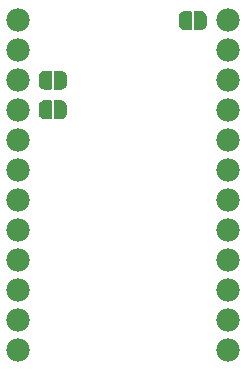
<source format=gbs>
G04 #@! TF.GenerationSoftware,KiCad,Pcbnew,(5.1.6-0-10_14)*
G04 #@! TF.CreationDate,2020-08-29T20:41:38-05:00*
G04 #@! TF.ProjectId,gen2-jtag-adapter,67656e32-2d6a-4746-9167-2d6164617074,rev?*
G04 #@! TF.SameCoordinates,Original*
G04 #@! TF.FileFunction,Soldermask,Bot*
G04 #@! TF.FilePolarity,Negative*
%FSLAX46Y46*%
G04 Gerber Fmt 4.6, Leading zero omitted, Abs format (unit mm)*
G04 Created by KiCad (PCBNEW (5.1.6-0-10_14)) date 2020-08-29 20:41:38*
%MOMM*%
%LPD*%
G01*
G04 APERTURE LIST*
%ADD10C,1.979600*%
%ADD11C,0.100000*%
G04 APERTURE END LIST*
D10*
X119050000Y-67742000D03*
X119050000Y-70282000D03*
X119050000Y-72822000D03*
X119050000Y-75362000D03*
X119050000Y-77902000D03*
X119050000Y-80442000D03*
X119050000Y-82982000D03*
X119050000Y-85522000D03*
X119050000Y-88062000D03*
X119050000Y-90602000D03*
X119050000Y-93142000D03*
X119050000Y-95682000D03*
X101270000Y-95682000D03*
X101270000Y-93142000D03*
X101270000Y-90602000D03*
X101270000Y-88062000D03*
X101270000Y-85522000D03*
X101270000Y-82982000D03*
X101270000Y-80442000D03*
X101270000Y-77902000D03*
X101270000Y-75362000D03*
X101270000Y-72822000D03*
X101270000Y-70282000D03*
X101270000Y-67742000D03*
D11*
G36*
X103593889Y-76099398D02*
G01*
X103575466Y-76099398D01*
X103570565Y-76099157D01*
X103521734Y-76094347D01*
X103516881Y-76093627D01*
X103468756Y-76084055D01*
X103463995Y-76082863D01*
X103417040Y-76068619D01*
X103412421Y-76066966D01*
X103367088Y-76048189D01*
X103362651Y-76046091D01*
X103319378Y-76022960D01*
X103315171Y-76020438D01*
X103274372Y-75993178D01*
X103270430Y-75990254D01*
X103232501Y-75959126D01*
X103228866Y-75955831D01*
X103194169Y-75921134D01*
X103190874Y-75917499D01*
X103159746Y-75879570D01*
X103156822Y-75875628D01*
X103129562Y-75834829D01*
X103127040Y-75830622D01*
X103103909Y-75787349D01*
X103101811Y-75782912D01*
X103083034Y-75737579D01*
X103081381Y-75732960D01*
X103067137Y-75686005D01*
X103065945Y-75681244D01*
X103056373Y-75633119D01*
X103055653Y-75628266D01*
X103050843Y-75579435D01*
X103050602Y-75574534D01*
X103050602Y-75556111D01*
X103050000Y-75550000D01*
X103050000Y-75050000D01*
X103050602Y-75043889D01*
X103050602Y-75025466D01*
X103050843Y-75020565D01*
X103055653Y-74971734D01*
X103056373Y-74966881D01*
X103065945Y-74918756D01*
X103067137Y-74913995D01*
X103081381Y-74867040D01*
X103083034Y-74862421D01*
X103101811Y-74817088D01*
X103103909Y-74812651D01*
X103127040Y-74769378D01*
X103129562Y-74765171D01*
X103156822Y-74724372D01*
X103159746Y-74720430D01*
X103190874Y-74682501D01*
X103194169Y-74678866D01*
X103228866Y-74644169D01*
X103232501Y-74640874D01*
X103270430Y-74609746D01*
X103274372Y-74606822D01*
X103315171Y-74579562D01*
X103319378Y-74577040D01*
X103362651Y-74553909D01*
X103367088Y-74551811D01*
X103412421Y-74533034D01*
X103417040Y-74531381D01*
X103463995Y-74517137D01*
X103468756Y-74515945D01*
X103516881Y-74506373D01*
X103521734Y-74505653D01*
X103570565Y-74500843D01*
X103575466Y-74500602D01*
X103593889Y-74500602D01*
X103600000Y-74500000D01*
X104100000Y-74500000D01*
X104109755Y-74500961D01*
X104119134Y-74503806D01*
X104127779Y-74508427D01*
X104135355Y-74514645D01*
X104141573Y-74522221D01*
X104146194Y-74530866D01*
X104149039Y-74540245D01*
X104150000Y-74550000D01*
X104150000Y-76050000D01*
X104149039Y-76059755D01*
X104146194Y-76069134D01*
X104141573Y-76077779D01*
X104135355Y-76085355D01*
X104127779Y-76091573D01*
X104119134Y-76096194D01*
X104109755Y-76099039D01*
X104100000Y-76100000D01*
X103600000Y-76100000D01*
X103593889Y-76099398D01*
G37*
G36*
X104390245Y-76099039D02*
G01*
X104380866Y-76096194D01*
X104372221Y-76091573D01*
X104364645Y-76085355D01*
X104358427Y-76077779D01*
X104353806Y-76069134D01*
X104350961Y-76059755D01*
X104350000Y-76050000D01*
X104350000Y-74550000D01*
X104350961Y-74540245D01*
X104353806Y-74530866D01*
X104358427Y-74522221D01*
X104364645Y-74514645D01*
X104372221Y-74508427D01*
X104380866Y-74503806D01*
X104390245Y-74500961D01*
X104400000Y-74500000D01*
X104900000Y-74500000D01*
X104906111Y-74500602D01*
X104924534Y-74500602D01*
X104929435Y-74500843D01*
X104978266Y-74505653D01*
X104983119Y-74506373D01*
X105031244Y-74515945D01*
X105036005Y-74517137D01*
X105082960Y-74531381D01*
X105087579Y-74533034D01*
X105132912Y-74551811D01*
X105137349Y-74553909D01*
X105180622Y-74577040D01*
X105184829Y-74579562D01*
X105225628Y-74606822D01*
X105229570Y-74609746D01*
X105267499Y-74640874D01*
X105271134Y-74644169D01*
X105305831Y-74678866D01*
X105309126Y-74682501D01*
X105340254Y-74720430D01*
X105343178Y-74724372D01*
X105370438Y-74765171D01*
X105372960Y-74769378D01*
X105396091Y-74812651D01*
X105398189Y-74817088D01*
X105416966Y-74862421D01*
X105418619Y-74867040D01*
X105432863Y-74913995D01*
X105434055Y-74918756D01*
X105443627Y-74966881D01*
X105444347Y-74971734D01*
X105449157Y-75020565D01*
X105449398Y-75025466D01*
X105449398Y-75043889D01*
X105450000Y-75050000D01*
X105450000Y-75550000D01*
X105449398Y-75556111D01*
X105449398Y-75574534D01*
X105449157Y-75579435D01*
X105444347Y-75628266D01*
X105443627Y-75633119D01*
X105434055Y-75681244D01*
X105432863Y-75686005D01*
X105418619Y-75732960D01*
X105416966Y-75737579D01*
X105398189Y-75782912D01*
X105396091Y-75787349D01*
X105372960Y-75830622D01*
X105370438Y-75834829D01*
X105343178Y-75875628D01*
X105340254Y-75879570D01*
X105309126Y-75917499D01*
X105305831Y-75921134D01*
X105271134Y-75955831D01*
X105267499Y-75959126D01*
X105229570Y-75990254D01*
X105225628Y-75993178D01*
X105184829Y-76020438D01*
X105180622Y-76022960D01*
X105137349Y-76046091D01*
X105132912Y-76048189D01*
X105087579Y-76066966D01*
X105082960Y-76068619D01*
X105036005Y-76082863D01*
X105031244Y-76084055D01*
X104983119Y-76093627D01*
X104978266Y-76094347D01*
X104929435Y-76099157D01*
X104924534Y-76099398D01*
X104906111Y-76099398D01*
X104900000Y-76100000D01*
X104400000Y-76100000D01*
X104390245Y-76099039D01*
G37*
G36*
X103593889Y-73599398D02*
G01*
X103575466Y-73599398D01*
X103570565Y-73599157D01*
X103521734Y-73594347D01*
X103516881Y-73593627D01*
X103468756Y-73584055D01*
X103463995Y-73582863D01*
X103417040Y-73568619D01*
X103412421Y-73566966D01*
X103367088Y-73548189D01*
X103362651Y-73546091D01*
X103319378Y-73522960D01*
X103315171Y-73520438D01*
X103274372Y-73493178D01*
X103270430Y-73490254D01*
X103232501Y-73459126D01*
X103228866Y-73455831D01*
X103194169Y-73421134D01*
X103190874Y-73417499D01*
X103159746Y-73379570D01*
X103156822Y-73375628D01*
X103129562Y-73334829D01*
X103127040Y-73330622D01*
X103103909Y-73287349D01*
X103101811Y-73282912D01*
X103083034Y-73237579D01*
X103081381Y-73232960D01*
X103067137Y-73186005D01*
X103065945Y-73181244D01*
X103056373Y-73133119D01*
X103055653Y-73128266D01*
X103050843Y-73079435D01*
X103050602Y-73074534D01*
X103050602Y-73056111D01*
X103050000Y-73050000D01*
X103050000Y-72550000D01*
X103050602Y-72543889D01*
X103050602Y-72525466D01*
X103050843Y-72520565D01*
X103055653Y-72471734D01*
X103056373Y-72466881D01*
X103065945Y-72418756D01*
X103067137Y-72413995D01*
X103081381Y-72367040D01*
X103083034Y-72362421D01*
X103101811Y-72317088D01*
X103103909Y-72312651D01*
X103127040Y-72269378D01*
X103129562Y-72265171D01*
X103156822Y-72224372D01*
X103159746Y-72220430D01*
X103190874Y-72182501D01*
X103194169Y-72178866D01*
X103228866Y-72144169D01*
X103232501Y-72140874D01*
X103270430Y-72109746D01*
X103274372Y-72106822D01*
X103315171Y-72079562D01*
X103319378Y-72077040D01*
X103362651Y-72053909D01*
X103367088Y-72051811D01*
X103412421Y-72033034D01*
X103417040Y-72031381D01*
X103463995Y-72017137D01*
X103468756Y-72015945D01*
X103516881Y-72006373D01*
X103521734Y-72005653D01*
X103570565Y-72000843D01*
X103575466Y-72000602D01*
X103593889Y-72000602D01*
X103600000Y-72000000D01*
X104100000Y-72000000D01*
X104109755Y-72000961D01*
X104119134Y-72003806D01*
X104127779Y-72008427D01*
X104135355Y-72014645D01*
X104141573Y-72022221D01*
X104146194Y-72030866D01*
X104149039Y-72040245D01*
X104150000Y-72050000D01*
X104150000Y-73550000D01*
X104149039Y-73559755D01*
X104146194Y-73569134D01*
X104141573Y-73577779D01*
X104135355Y-73585355D01*
X104127779Y-73591573D01*
X104119134Y-73596194D01*
X104109755Y-73599039D01*
X104100000Y-73600000D01*
X103600000Y-73600000D01*
X103593889Y-73599398D01*
G37*
G36*
X104390245Y-73599039D02*
G01*
X104380866Y-73596194D01*
X104372221Y-73591573D01*
X104364645Y-73585355D01*
X104358427Y-73577779D01*
X104353806Y-73569134D01*
X104350961Y-73559755D01*
X104350000Y-73550000D01*
X104350000Y-72050000D01*
X104350961Y-72040245D01*
X104353806Y-72030866D01*
X104358427Y-72022221D01*
X104364645Y-72014645D01*
X104372221Y-72008427D01*
X104380866Y-72003806D01*
X104390245Y-72000961D01*
X104400000Y-72000000D01*
X104900000Y-72000000D01*
X104906111Y-72000602D01*
X104924534Y-72000602D01*
X104929435Y-72000843D01*
X104978266Y-72005653D01*
X104983119Y-72006373D01*
X105031244Y-72015945D01*
X105036005Y-72017137D01*
X105082960Y-72031381D01*
X105087579Y-72033034D01*
X105132912Y-72051811D01*
X105137349Y-72053909D01*
X105180622Y-72077040D01*
X105184829Y-72079562D01*
X105225628Y-72106822D01*
X105229570Y-72109746D01*
X105267499Y-72140874D01*
X105271134Y-72144169D01*
X105305831Y-72178866D01*
X105309126Y-72182501D01*
X105340254Y-72220430D01*
X105343178Y-72224372D01*
X105370438Y-72265171D01*
X105372960Y-72269378D01*
X105396091Y-72312651D01*
X105398189Y-72317088D01*
X105416966Y-72362421D01*
X105418619Y-72367040D01*
X105432863Y-72413995D01*
X105434055Y-72418756D01*
X105443627Y-72466881D01*
X105444347Y-72471734D01*
X105449157Y-72520565D01*
X105449398Y-72525466D01*
X105449398Y-72543889D01*
X105450000Y-72550000D01*
X105450000Y-73050000D01*
X105449398Y-73056111D01*
X105449398Y-73074534D01*
X105449157Y-73079435D01*
X105444347Y-73128266D01*
X105443627Y-73133119D01*
X105434055Y-73181244D01*
X105432863Y-73186005D01*
X105418619Y-73232960D01*
X105416966Y-73237579D01*
X105398189Y-73282912D01*
X105396091Y-73287349D01*
X105372960Y-73330622D01*
X105370438Y-73334829D01*
X105343178Y-73375628D01*
X105340254Y-73379570D01*
X105309126Y-73417499D01*
X105305831Y-73421134D01*
X105271134Y-73455831D01*
X105267499Y-73459126D01*
X105229570Y-73490254D01*
X105225628Y-73493178D01*
X105184829Y-73520438D01*
X105180622Y-73522960D01*
X105137349Y-73546091D01*
X105132912Y-73548189D01*
X105087579Y-73566966D01*
X105082960Y-73568619D01*
X105036005Y-73582863D01*
X105031244Y-73584055D01*
X104983119Y-73593627D01*
X104978266Y-73594347D01*
X104929435Y-73599157D01*
X104924534Y-73599398D01*
X104906111Y-73599398D01*
X104900000Y-73600000D01*
X104400000Y-73600000D01*
X104390245Y-73599039D01*
G37*
G36*
X115443889Y-68549398D02*
G01*
X115425466Y-68549398D01*
X115420565Y-68549157D01*
X115371734Y-68544347D01*
X115366881Y-68543627D01*
X115318756Y-68534055D01*
X115313995Y-68532863D01*
X115267040Y-68518619D01*
X115262421Y-68516966D01*
X115217088Y-68498189D01*
X115212651Y-68496091D01*
X115169378Y-68472960D01*
X115165171Y-68470438D01*
X115124372Y-68443178D01*
X115120430Y-68440254D01*
X115082501Y-68409126D01*
X115078866Y-68405831D01*
X115044169Y-68371134D01*
X115040874Y-68367499D01*
X115009746Y-68329570D01*
X115006822Y-68325628D01*
X114979562Y-68284829D01*
X114977040Y-68280622D01*
X114953909Y-68237349D01*
X114951811Y-68232912D01*
X114933034Y-68187579D01*
X114931381Y-68182960D01*
X114917137Y-68136005D01*
X114915945Y-68131244D01*
X114906373Y-68083119D01*
X114905653Y-68078266D01*
X114900843Y-68029435D01*
X114900602Y-68024534D01*
X114900602Y-68006111D01*
X114900000Y-68000000D01*
X114900000Y-67500000D01*
X114900602Y-67493889D01*
X114900602Y-67475466D01*
X114900843Y-67470565D01*
X114905653Y-67421734D01*
X114906373Y-67416881D01*
X114915945Y-67368756D01*
X114917137Y-67363995D01*
X114931381Y-67317040D01*
X114933034Y-67312421D01*
X114951811Y-67267088D01*
X114953909Y-67262651D01*
X114977040Y-67219378D01*
X114979562Y-67215171D01*
X115006822Y-67174372D01*
X115009746Y-67170430D01*
X115040874Y-67132501D01*
X115044169Y-67128866D01*
X115078866Y-67094169D01*
X115082501Y-67090874D01*
X115120430Y-67059746D01*
X115124372Y-67056822D01*
X115165171Y-67029562D01*
X115169378Y-67027040D01*
X115212651Y-67003909D01*
X115217088Y-67001811D01*
X115262421Y-66983034D01*
X115267040Y-66981381D01*
X115313995Y-66967137D01*
X115318756Y-66965945D01*
X115366881Y-66956373D01*
X115371734Y-66955653D01*
X115420565Y-66950843D01*
X115425466Y-66950602D01*
X115443889Y-66950602D01*
X115450000Y-66950000D01*
X115950000Y-66950000D01*
X115959755Y-66950961D01*
X115969134Y-66953806D01*
X115977779Y-66958427D01*
X115985355Y-66964645D01*
X115991573Y-66972221D01*
X115996194Y-66980866D01*
X115999039Y-66990245D01*
X116000000Y-67000000D01*
X116000000Y-68500000D01*
X115999039Y-68509755D01*
X115996194Y-68519134D01*
X115991573Y-68527779D01*
X115985355Y-68535355D01*
X115977779Y-68541573D01*
X115969134Y-68546194D01*
X115959755Y-68549039D01*
X115950000Y-68550000D01*
X115450000Y-68550000D01*
X115443889Y-68549398D01*
G37*
G36*
X116240245Y-68549039D02*
G01*
X116230866Y-68546194D01*
X116222221Y-68541573D01*
X116214645Y-68535355D01*
X116208427Y-68527779D01*
X116203806Y-68519134D01*
X116200961Y-68509755D01*
X116200000Y-68500000D01*
X116200000Y-67000000D01*
X116200961Y-66990245D01*
X116203806Y-66980866D01*
X116208427Y-66972221D01*
X116214645Y-66964645D01*
X116222221Y-66958427D01*
X116230866Y-66953806D01*
X116240245Y-66950961D01*
X116250000Y-66950000D01*
X116750000Y-66950000D01*
X116756111Y-66950602D01*
X116774534Y-66950602D01*
X116779435Y-66950843D01*
X116828266Y-66955653D01*
X116833119Y-66956373D01*
X116881244Y-66965945D01*
X116886005Y-66967137D01*
X116932960Y-66981381D01*
X116937579Y-66983034D01*
X116982912Y-67001811D01*
X116987349Y-67003909D01*
X117030622Y-67027040D01*
X117034829Y-67029562D01*
X117075628Y-67056822D01*
X117079570Y-67059746D01*
X117117499Y-67090874D01*
X117121134Y-67094169D01*
X117155831Y-67128866D01*
X117159126Y-67132501D01*
X117190254Y-67170430D01*
X117193178Y-67174372D01*
X117220438Y-67215171D01*
X117222960Y-67219378D01*
X117246091Y-67262651D01*
X117248189Y-67267088D01*
X117266966Y-67312421D01*
X117268619Y-67317040D01*
X117282863Y-67363995D01*
X117284055Y-67368756D01*
X117293627Y-67416881D01*
X117294347Y-67421734D01*
X117299157Y-67470565D01*
X117299398Y-67475466D01*
X117299398Y-67493889D01*
X117300000Y-67500000D01*
X117300000Y-68000000D01*
X117299398Y-68006111D01*
X117299398Y-68024534D01*
X117299157Y-68029435D01*
X117294347Y-68078266D01*
X117293627Y-68083119D01*
X117284055Y-68131244D01*
X117282863Y-68136005D01*
X117268619Y-68182960D01*
X117266966Y-68187579D01*
X117248189Y-68232912D01*
X117246091Y-68237349D01*
X117222960Y-68280622D01*
X117220438Y-68284829D01*
X117193178Y-68325628D01*
X117190254Y-68329570D01*
X117159126Y-68367499D01*
X117155831Y-68371134D01*
X117121134Y-68405831D01*
X117117499Y-68409126D01*
X117079570Y-68440254D01*
X117075628Y-68443178D01*
X117034829Y-68470438D01*
X117030622Y-68472960D01*
X116987349Y-68496091D01*
X116982912Y-68498189D01*
X116937579Y-68516966D01*
X116932960Y-68518619D01*
X116886005Y-68532863D01*
X116881244Y-68534055D01*
X116833119Y-68543627D01*
X116828266Y-68544347D01*
X116779435Y-68549157D01*
X116774534Y-68549398D01*
X116756111Y-68549398D01*
X116750000Y-68550000D01*
X116250000Y-68550000D01*
X116240245Y-68549039D01*
G37*
M02*

</source>
